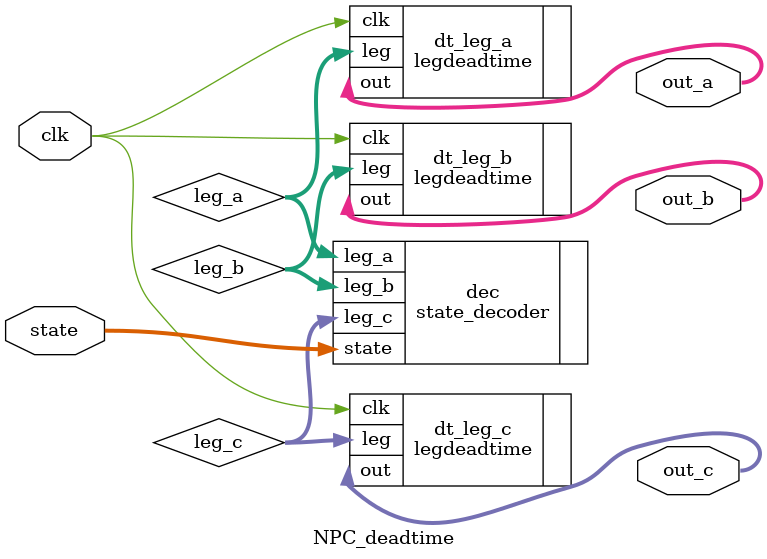
<source format=v>
`timescale 1ns / 1ps
module NPC_deadtime(
input clk,
input [4:0] state,
output [3:0] out_a,
output [3:0] out_b,
output [3:0] out_c
);
	 
wire [1:0] leg_a;
wire [1:0] leg_b;
wire [1:0] leg_c;

state_decoder dec(
.state(state),
.leg_a(leg_a),
.leg_b(leg_b),
.leg_c(leg_c)
 );

legdeadtime dt_leg_a
(.clk(clk),
.leg(leg_a),
.out(out_a)
);

legdeadtime dt_leg_b
(.clk(clk),
.leg(leg_b),
.out(out_b)
);

legdeadtime dt_leg_c
(.clk(clk),
.leg(leg_c),
.out(out_c)
);

endmodule

</source>
